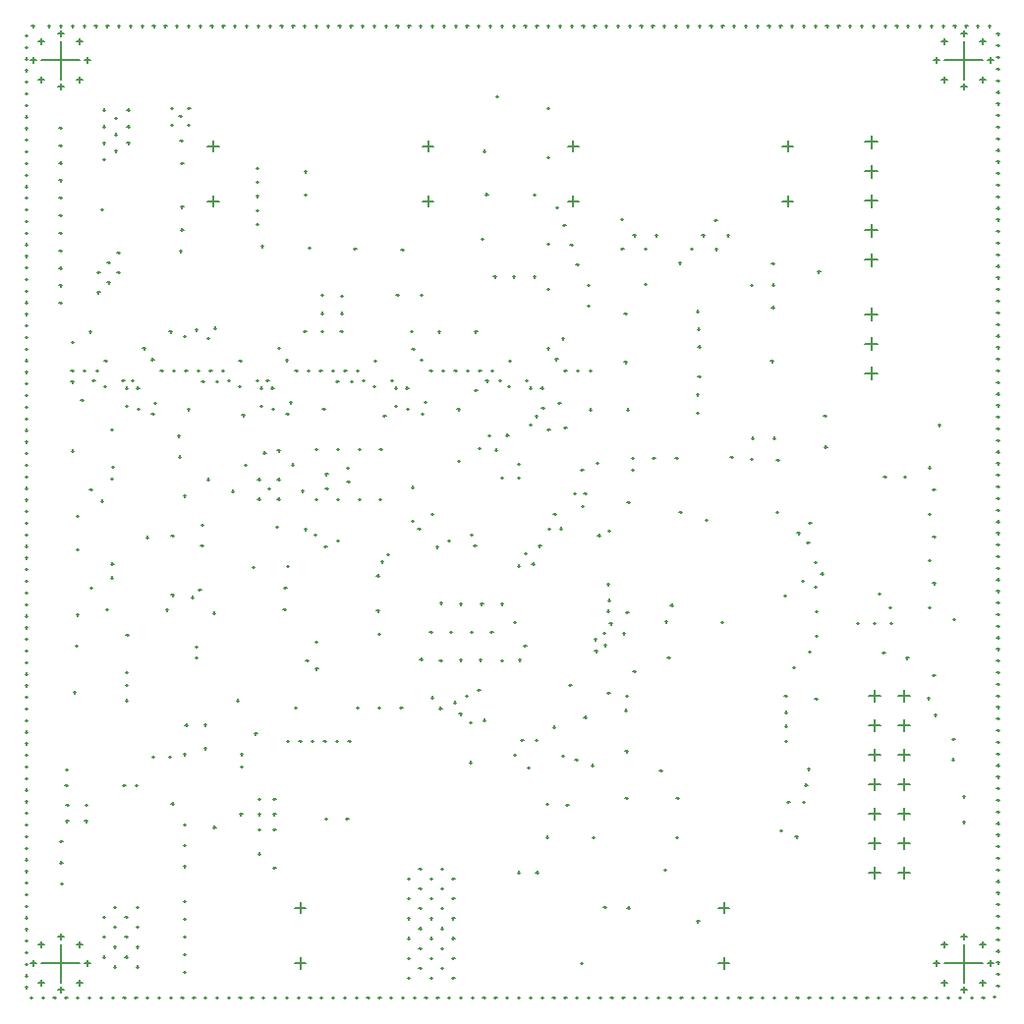
<source format=gbr>
G04*
G04 #@! TF.GenerationSoftware,Altium Limited,Altium Designer,24.1.2 (44)*
G04*
G04 Layer_Color=128*
%FSLAX44Y44*%
%MOMM*%
G71*
G04*
G04 #@! TF.SameCoordinates,1E5C80FD-96BC-4AB1-9BEB-1594B19F9C97*
G04*
G04*
G04 #@! TF.FilePolarity,Positive*
G04*
G01*
G75*
%ADD19C,0.1270*%
D19*
X729103Y642165D02*
X740103D01*
X734603Y636665D02*
Y647665D01*
X729103Y667565D02*
X740103D01*
X734603Y662065D02*
Y673065D01*
X729103Y692965D02*
X740103D01*
X734603Y687465D02*
Y698465D01*
X729103Y718365D02*
X740103D01*
X734603Y712865D02*
Y723865D01*
X729103Y743765D02*
X740103D01*
X734603Y738265D02*
Y749265D01*
X729103Y544597D02*
X740103D01*
X734603Y539097D02*
Y550097D01*
X729103Y569997D02*
X740103D01*
X734603Y564497D02*
Y575497D01*
X729103Y595397D02*
X740103D01*
X734603Y589897D02*
Y600897D01*
X472753Y739997D02*
X482253D01*
X477503Y735247D02*
Y744747D01*
X657753Y739997D02*
X667253D01*
X662503Y735247D02*
Y744747D01*
X472753Y692497D02*
X482253D01*
X477503Y687747D02*
Y697247D01*
X657753Y692497D02*
X667253D01*
X662503Y687747D02*
Y697247D01*
X347753Y692497D02*
X357253D01*
X352503Y687747D02*
Y697247D01*
X162753Y692497D02*
X172253D01*
X167503Y687747D02*
Y697247D01*
X347753Y739997D02*
X357253D01*
X352503Y735247D02*
Y744747D01*
X162753Y739997D02*
X172253D01*
X167503Y735247D02*
Y744747D01*
X206253Y177497D02*
X208253D01*
X207253Y176497D02*
Y178497D01*
X219253Y177497D02*
X221253D01*
X220253Y176497D02*
Y178497D01*
X206253Y164497D02*
X208253D01*
X207253Y163497D02*
Y165497D01*
X219253Y164497D02*
X221253D01*
X220253Y163497D02*
Y165497D01*
X206253Y151497D02*
X208253D01*
X207253Y150497D02*
Y152497D01*
X219253Y151497D02*
X221253D01*
X220253Y150497D02*
Y152497D01*
X757603Y215397D02*
X767803D01*
X762703Y210297D02*
Y220497D01*
X757603Y189997D02*
X767803D01*
X762703Y184897D02*
Y195097D01*
X732203Y266197D02*
X742403D01*
X737303Y261097D02*
Y271297D01*
X757603Y266197D02*
X767803D01*
X762703Y261097D02*
Y271297D01*
X732203Y240797D02*
X742403D01*
X737303Y235697D02*
Y245897D01*
X757603Y240797D02*
X767803D01*
X762703Y235697D02*
Y245897D01*
X732203Y215397D02*
X742403D01*
X737303Y210297D02*
Y220497D01*
X732203Y189997D02*
X742403D01*
X737303Y184897D02*
Y195097D01*
X732203Y164597D02*
X742403D01*
X737303Y159497D02*
Y169697D01*
X757603Y164597D02*
X767803D01*
X762703Y159497D02*
Y169697D01*
X732203Y139197D02*
X742403D01*
X737303Y134097D02*
Y144297D01*
X757603Y139197D02*
X767803D01*
X762703Y134097D02*
Y144297D01*
X732203Y113797D02*
X742403D01*
X737303Y108697D02*
Y118897D01*
X757603Y113797D02*
X767803D01*
X762703Y108697D02*
Y118897D01*
X602753Y36197D02*
X612253D01*
X607503Y31447D02*
Y40947D01*
X237753Y83797D02*
X247253D01*
X242503Y79047D02*
Y88547D01*
X602753Y83797D02*
X612253D01*
X607503Y79047D02*
Y88547D01*
X237753Y36197D02*
X247253D01*
X242503Y31447D02*
Y40947D01*
X17063Y52437D02*
X22063D01*
X19563Y49937D02*
Y54937D01*
X49943Y19557D02*
X54943D01*
X52443Y17057D02*
Y22057D01*
X17063Y19557D02*
X22063D01*
X19563Y17057D02*
Y22057D01*
X49943Y52437D02*
X54943D01*
X52443Y49937D02*
Y54937D01*
X56753Y35997D02*
X61753D01*
X59253Y33497D02*
Y38497D01*
X33503Y13137D02*
X38503D01*
X36003Y10637D02*
Y15637D01*
X10253Y35997D02*
X15253D01*
X12753Y33497D02*
Y38497D01*
X33503Y59247D02*
X38503D01*
X36003Y56747D02*
Y61747D01*
X19503Y35997D02*
X52503D01*
X36003Y19497D02*
Y52497D01*
X795063Y52437D02*
X800063D01*
X797563Y49937D02*
Y54937D01*
X827943Y19557D02*
X832943D01*
X830443Y17057D02*
Y22057D01*
X795063Y19557D02*
X800063D01*
X797563Y17057D02*
Y22057D01*
X827943Y52437D02*
X832943D01*
X830443Y49937D02*
Y54937D01*
X834753Y35997D02*
X839753D01*
X837253Y33497D02*
Y38497D01*
X811503Y13137D02*
X816503D01*
X814003Y10637D02*
Y15637D01*
X788253Y35997D02*
X793253D01*
X790753Y33497D02*
Y38497D01*
X811503Y59247D02*
X816503D01*
X814003Y56747D02*
Y61747D01*
X797503Y35997D02*
X830503D01*
X814003Y19497D02*
Y52497D01*
X17063Y830437D02*
X22063D01*
X19563Y827937D02*
Y832937D01*
X49943Y797557D02*
X54943D01*
X52443Y795057D02*
Y800057D01*
X17063Y797557D02*
X22063D01*
X19563Y795057D02*
Y800057D01*
X49943Y830437D02*
X54943D01*
X52443Y827937D02*
Y832937D01*
X56753Y813997D02*
X61753D01*
X59253Y811497D02*
Y816497D01*
X33503Y791137D02*
X38503D01*
X36003Y788637D02*
Y793637D01*
X10253Y813997D02*
X15253D01*
X12753Y811497D02*
Y816497D01*
X33503Y837247D02*
X38503D01*
X36003Y834747D02*
Y839747D01*
X19503Y813997D02*
X52503D01*
X36003Y797497D02*
Y830497D01*
X795063Y830437D02*
X800063D01*
X797563Y827937D02*
Y832937D01*
X827943Y797557D02*
X832943D01*
X830443Y795057D02*
Y800057D01*
X795063Y797557D02*
X800063D01*
X797563Y795057D02*
Y800057D01*
X827943Y830437D02*
X832943D01*
X830443Y827937D02*
Y832937D01*
X834753Y813997D02*
X839753D01*
X837253Y811497D02*
Y816497D01*
X811503Y791137D02*
X816503D01*
X814003Y788637D02*
Y793637D01*
X788253Y813997D02*
X793253D01*
X790753Y811497D02*
Y816497D01*
X811503Y837247D02*
X816503D01*
X814003Y834747D02*
Y839747D01*
X797503Y813997D02*
X830503D01*
X814003Y797497D02*
Y830497D01*
X835321Y843614D02*
X837321D01*
X836321Y842614D02*
Y844614D01*
X842620Y526780D02*
X844620D01*
X843620Y525779D02*
Y527780D01*
X5386Y35503D02*
X7386D01*
X6386Y34504D02*
Y36504D01*
X842620Y586779D02*
X844620D01*
X843620Y585779D02*
Y587779D01*
X5386Y645502D02*
X7386D01*
X6386Y644502D02*
Y646502D01*
X5386Y425503D02*
X7386D01*
X6386Y424503D02*
Y426503D01*
X5386Y405503D02*
X7386D01*
X6386Y404503D02*
Y406503D01*
X739856Y6379D02*
X741857D01*
X740856Y5379D02*
Y7379D01*
X249858Y6379D02*
X251857D01*
X250858Y5379D02*
Y7379D01*
X459857Y6379D02*
X461857D01*
X460857Y5379D02*
Y7379D01*
X659857Y6379D02*
X661857D01*
X660857Y5379D02*
Y7379D01*
X842620Y406780D02*
X844620D01*
X843620Y405780D02*
Y407780D01*
X315322Y843614D02*
X317322D01*
X316322Y842614D02*
Y844614D01*
X25323Y843614D02*
X27323D01*
X26323Y842614D02*
Y844614D01*
X729856Y6379D02*
X731857D01*
X730856Y5379D02*
Y7379D01*
X415322Y843614D02*
X417322D01*
X416322Y842614D02*
Y844614D01*
X5386Y335503D02*
X7386D01*
X6386Y334503D02*
Y336503D01*
X399857Y6379D02*
X401857D01*
X400857Y5379D02*
Y7379D01*
X842620Y306780D02*
X844620D01*
X843620Y305780D02*
Y307780D01*
X245322Y843614D02*
X247322D01*
X246322Y842614D02*
Y844614D01*
X495322Y843614D02*
X497322D01*
X496322Y842614D02*
Y844614D01*
X5386Y715502D02*
X7386D01*
X6386Y714502D02*
Y716502D01*
X5386Y385503D02*
X7386D01*
X6386Y384503D02*
Y386503D01*
X5386Y255503D02*
X7386D01*
X6386Y254503D02*
Y256503D01*
X5386Y835502D02*
X7386D01*
X6386Y834502D02*
Y836502D01*
X842620Y156780D02*
X844620D01*
X843620Y155780D02*
Y157780D01*
X805321Y843614D02*
X807321D01*
X806321Y842614D02*
Y844614D01*
X429857Y6379D02*
X431857D01*
X430857Y5379D02*
Y7379D01*
X99858Y6379D02*
X101858D01*
X100858Y5379D02*
Y7379D01*
X735321Y843614D02*
X737321D01*
X736321Y842614D02*
Y844614D01*
X842620Y186780D02*
X844620D01*
X843620Y185780D02*
Y187780D01*
X65323Y843614D02*
X67323D01*
X66323Y842614D02*
Y844614D01*
X159858Y6379D02*
X161858D01*
X160858Y5379D02*
Y7379D01*
X5386Y545503D02*
X7386D01*
X6386Y544502D02*
Y546502D01*
X439857Y6379D02*
X441857D01*
X440857Y5379D02*
Y7379D01*
X279857Y6379D02*
X281857D01*
X280857Y5379D02*
Y7379D01*
X842620Y216780D02*
X844620D01*
X843620Y215780D02*
Y217780D01*
X395322Y843614D02*
X397322D01*
X396322Y842614D02*
Y844614D01*
X629857Y6379D02*
X631857D01*
X630857Y5379D02*
Y7379D01*
X365322Y843614D02*
X367322D01*
X366322Y842614D02*
Y844614D01*
X325322Y843614D02*
X327322D01*
X326322Y842614D02*
Y844614D01*
X5386Y305503D02*
X7386D01*
X6386Y304503D02*
Y306503D01*
X29858Y6379D02*
X31858D01*
X30858Y5379D02*
Y7379D01*
X389857Y6379D02*
X391857D01*
X390857Y5379D02*
Y7379D01*
X5386Y775502D02*
X7386D01*
X6386Y774502D02*
Y776502D01*
X5386Y735502D02*
X7386D01*
X6386Y734502D02*
Y736502D01*
X5386Y665502D02*
X7386D01*
X6386Y664502D02*
Y666502D01*
X469857Y6379D02*
X471857D01*
X470857Y5379D02*
Y7379D01*
X559857Y6379D02*
X561857D01*
X560857Y5379D02*
Y7379D01*
X842620Y616779D02*
X844620D01*
X843620Y615779D02*
Y617779D01*
X5386Y635502D02*
X7386D01*
X6386Y634502D02*
Y636502D01*
X125323Y843614D02*
X127323D01*
X126323Y842614D02*
Y844614D01*
X5386Y455503D02*
X7386D01*
X6386Y454503D02*
Y456503D01*
X95323Y843614D02*
X97323D01*
X96323Y842614D02*
Y844614D01*
X842620Y176780D02*
X844620D01*
X843620Y175780D02*
Y177780D01*
X5386Y355503D02*
X7386D01*
X6386Y354503D02*
Y356503D01*
X842620Y786779D02*
X844620D01*
X843620Y785779D02*
Y787779D01*
X699857Y6379D02*
X701857D01*
X700857Y5379D02*
Y7379D01*
X599857Y6379D02*
X601857D01*
X600857Y5379D02*
Y7379D01*
X715322Y843614D02*
X717321D01*
X716321Y842614D02*
Y844614D01*
X585322Y843614D02*
X587322D01*
X586322Y842614D02*
Y844614D01*
X842620Y366780D02*
X844620D01*
X843620Y365780D02*
Y367780D01*
X842620Y556779D02*
X844620D01*
X843620Y555779D02*
Y557779D01*
X555322Y843614D02*
X557322D01*
X556322Y842614D02*
Y844614D01*
X609857Y6379D02*
X611857D01*
X610857Y5379D02*
Y7379D01*
X355322Y843614D02*
X357322D01*
X356322Y842614D02*
Y844614D01*
X842620Y86780D02*
X844620D01*
X843620Y85780D02*
Y87780D01*
X5386Y525503D02*
X7386D01*
X6386Y524502D02*
Y526502D01*
X669857Y6379D02*
X671857D01*
X670857Y5379D02*
Y7379D01*
X5386Y815502D02*
X7386D01*
X6386Y814502D02*
Y816502D01*
X842620Y276780D02*
X844620D01*
X843620Y275780D02*
Y277780D01*
X842620Y66780D02*
X844620D01*
X843620Y65780D02*
Y67780D01*
X685322Y843614D02*
X687321D01*
X686321Y842614D02*
Y844614D01*
X19858Y6379D02*
X21858D01*
X20858Y5379D02*
Y7379D01*
X229858Y6379D02*
X231857D01*
X230858Y5379D02*
Y7379D01*
X5386Y595502D02*
X7386D01*
X6386Y594502D02*
Y596502D01*
X649857Y6379D02*
X651857D01*
X650857Y5379D02*
Y7379D01*
X842620Y566779D02*
X844620D01*
X843620Y565779D02*
Y567779D01*
X605322Y843614D02*
X607322D01*
X606322Y842614D02*
Y844614D01*
X779856Y6379D02*
X781856D01*
X780856Y5379D02*
Y7379D01*
X525322Y843614D02*
X527322D01*
X526322Y842614D02*
Y844614D01*
X209858Y6379D02*
X211857D01*
X210858Y5379D02*
Y7379D01*
X449857Y6379D02*
X451857D01*
X450857Y5379D02*
Y7379D01*
X5386Y795502D02*
X7386D01*
X6386Y794502D02*
Y796502D01*
X149858Y6379D02*
X151858D01*
X150858Y5379D02*
Y7379D01*
X842620Y476780D02*
X844620D01*
X843620Y475780D02*
Y477780D01*
X215322Y843614D02*
X217323D01*
X216322Y842614D02*
Y844614D01*
X815321Y843614D02*
X817321D01*
X816321Y842614D02*
Y844614D01*
X5386Y465503D02*
X7386D01*
X6386Y464503D02*
Y466503D01*
X259857Y6379D02*
X261857D01*
X260857Y5379D02*
Y7379D01*
X842620Y16781D02*
X844620D01*
X843620Y15781D02*
Y17780D01*
X5386Y535503D02*
X7386D01*
X6386Y534502D02*
Y536502D01*
X842620Y426780D02*
X844620D01*
X843620Y425780D02*
Y427780D01*
X5386Y625502D02*
X7386D01*
X6386Y624502D02*
Y626502D01*
X379857Y6379D02*
X381857D01*
X380857Y5379D02*
Y7379D01*
X589857Y6379D02*
X591857D01*
X590857Y5379D02*
Y7379D01*
X11233Y843614D02*
X13233D01*
X12233Y842614D02*
Y844614D01*
X842620Y416780D02*
X844620D01*
X843620Y415780D02*
Y417780D01*
X842620Y686779D02*
X844620D01*
X843620Y685779D02*
Y687779D01*
X505322Y843614D02*
X507322D01*
X506322Y842614D02*
Y844614D01*
X5386Y165503D02*
X7386D01*
X6386Y164503D02*
Y166503D01*
X842620Y316780D02*
X844620D01*
X843620Y315780D02*
Y317780D01*
X385322Y843614D02*
X387322D01*
X386322Y842614D02*
Y844614D01*
X5386Y435503D02*
X7386D01*
X6386Y434503D02*
Y436503D01*
X769856Y6379D02*
X771856D01*
X770856Y5379D02*
Y7379D01*
X319857Y6379D02*
X321857D01*
X320857Y5379D02*
Y7379D01*
X842620Y726779D02*
X844620D01*
X843620Y725779D02*
Y727779D01*
X842620Y266780D02*
X844620D01*
X843620Y265780D02*
Y267780D01*
X539857Y6379D02*
X541857D01*
X540857Y5379D02*
Y7379D01*
X535322Y843614D02*
X537322D01*
X536322Y842614D02*
Y844614D01*
X169858Y6379D02*
X171858D01*
X170858Y5379D02*
Y7379D01*
X829856Y6379D02*
X831856D01*
X830856Y5379D02*
Y7379D01*
X842620Y706779D02*
X844620D01*
X843620Y705779D02*
Y707779D01*
X5386Y225503D02*
X7386D01*
X6386Y224503D02*
Y226503D01*
X239858Y6379D02*
X241857D01*
X240858Y5379D02*
Y7379D01*
X842620Y806779D02*
X844620D01*
X843620Y805779D02*
Y807779D01*
X5386Y125503D02*
X7386D01*
X6386Y124503D02*
Y126503D01*
X842620Y146780D02*
X844620D01*
X843620Y145780D02*
Y147780D01*
X842620Y126780D02*
X844620D01*
X843620Y125780D02*
Y127780D01*
X842620Y206780D02*
X844620D01*
X843620Y205780D02*
Y207780D01*
X5386Y825502D02*
X7386D01*
X6386Y824502D02*
Y826502D01*
X5386Y565503D02*
X7386D01*
X6386Y564502D02*
Y566502D01*
X155323Y843614D02*
X157323D01*
X156323Y842614D02*
Y844614D01*
X135323Y843614D02*
X137323D01*
X136323Y842614D02*
Y844614D01*
X789856Y6379D02*
X791856D01*
X790856Y5379D02*
Y7379D01*
X85323Y843614D02*
X87323D01*
X86323Y842614D02*
Y844614D01*
X5386Y765502D02*
X7386D01*
X6386Y764502D02*
Y766502D01*
X289857Y6379D02*
X291857D01*
X290857Y5379D02*
Y7379D01*
X5386Y185503D02*
X7386D01*
X6386Y184503D02*
Y186503D01*
X5386Y275503D02*
X7386D01*
X6386Y274503D02*
Y276503D01*
X435322Y843614D02*
X437322D01*
X436322Y842614D02*
Y844614D01*
X575322Y843614D02*
X577322D01*
X576322Y842614D02*
Y844614D01*
X819856Y6379D02*
X821856D01*
X820856Y5379D02*
Y7379D01*
X285322Y843614D02*
X287322D01*
X286322Y842614D02*
Y844614D01*
X842620Y356780D02*
X844620D01*
X843620Y355780D02*
Y357780D01*
X549857Y6379D02*
X551857D01*
X550857Y5379D02*
Y7379D01*
X842620Y576779D02*
X844620D01*
X843620Y575779D02*
Y577779D01*
X745321Y843614D02*
X747321D01*
X746321Y842614D02*
Y844614D01*
X545322Y843614D02*
X547322D01*
X546322Y842614D02*
Y844614D01*
X842620Y196780D02*
X844620D01*
X843620Y195780D02*
Y197780D01*
X369857Y6379D02*
X371857D01*
X370857Y5379D02*
Y7379D01*
X425322Y843614D02*
X427322D01*
X426322Y842614D02*
Y844614D01*
X5386Y785502D02*
X7386D01*
X6386Y784502D02*
Y786502D01*
X5386Y745502D02*
X7386D01*
X6386Y744502D02*
Y746502D01*
X675322Y843614D02*
X677322D01*
X676322Y842614D02*
Y844614D01*
X305322Y843614D02*
X307322D01*
X306322Y842614D02*
Y844614D01*
X275322Y843614D02*
X277322D01*
X276322Y842614D02*
Y844614D01*
X185322Y843614D02*
X187323D01*
X186322Y842614D02*
Y844614D01*
X105323Y843614D02*
X107323D01*
X106323Y842614D02*
Y844614D01*
X5386Y575502D02*
X7386D01*
X6386Y574502D02*
Y576502D01*
X842620Y646779D02*
X844620D01*
X843620Y645779D02*
Y647779D01*
X842620Y776779D02*
X844620D01*
X843620Y775779D02*
Y777779D01*
X329857Y6379D02*
X331857D01*
X330857Y5379D02*
Y7379D01*
X842620Y226780D02*
X844620D01*
X843620Y225780D02*
Y227780D01*
X842620Y346780D02*
X844620D01*
X843620Y345780D02*
Y347780D01*
X842620Y746779D02*
X844620D01*
X843620Y745779D02*
Y747779D01*
X615322Y843614D02*
X617322D01*
X616322Y842614D02*
Y844614D01*
X375322Y843614D02*
X377322D01*
X376322Y842614D02*
Y844614D01*
X795321Y843614D02*
X797321D01*
X796321Y842614D02*
Y844614D01*
X345322Y843614D02*
X347322D01*
X346322Y842614D02*
Y844614D01*
X175323Y843614D02*
X177323D01*
X176323Y842614D02*
Y844614D01*
X69858Y6379D02*
X71858D01*
X70858Y5379D02*
Y7379D01*
X5386Y615502D02*
X7386D01*
X6386Y614502D02*
Y616502D01*
X265322Y843614D02*
X267322D01*
X266322Y842614D02*
Y844614D01*
X339857Y6379D02*
X341857D01*
X340857Y5379D02*
Y7379D01*
X842620Y246780D02*
X844620D01*
X843620Y245780D02*
Y247780D01*
X842620Y736779D02*
X844620D01*
X843620Y735779D02*
Y737779D01*
X109858Y6379D02*
X111858D01*
X110858Y5379D02*
Y7379D01*
X5386Y95503D02*
X7386D01*
X6386Y94503D02*
Y96503D01*
X842620Y436780D02*
X844620D01*
X843620Y435780D02*
Y437780D01*
X655322Y843614D02*
X657322D01*
X656322Y842614D02*
Y844614D01*
X479857Y6379D02*
X481857D01*
X480857Y5379D02*
Y7379D01*
X842620Y456780D02*
X844620D01*
X843620Y455780D02*
Y457780D01*
X295322Y843614D02*
X297322D01*
X296322Y842614D02*
Y844614D01*
X759856Y6379D02*
X761856D01*
X760856Y5379D02*
Y7379D01*
X509857Y6379D02*
X511857D01*
X510857Y5379D02*
Y7379D01*
X842620Y626779D02*
X844620D01*
X843620Y625779D02*
Y627779D01*
X842620Y756779D02*
X844620D01*
X843620Y755779D02*
Y757779D01*
X79858Y6379D02*
X81858D01*
X80858Y5379D02*
Y7379D01*
X695322Y843614D02*
X697321D01*
X696321Y842614D02*
Y844614D01*
X45323Y843614D02*
X47323D01*
X46323Y842614D02*
Y844614D01*
X5386Y175503D02*
X7386D01*
X6386Y174503D02*
Y176503D01*
X349857Y6379D02*
X351857D01*
X350857Y5379D02*
Y7379D01*
X842620Y466780D02*
X844620D01*
X843620Y465780D02*
Y467780D01*
X775321Y843614D02*
X777321D01*
X776321Y842614D02*
Y844614D01*
X419857Y6379D02*
X421857D01*
X420857Y5379D02*
Y7379D01*
X842620Y336780D02*
X844620D01*
X843620Y335780D02*
Y337780D01*
X5386Y485503D02*
X7386D01*
X6386Y484503D02*
Y486503D01*
X842620Y166780D02*
X844620D01*
X843620Y165780D02*
Y167780D01*
X5386Y85503D02*
X7386D01*
X6386Y84503D02*
Y86503D01*
X335322Y843614D02*
X337322D01*
X336322Y842614D02*
Y844614D01*
X5386Y695502D02*
X7386D01*
X6386Y694502D02*
Y696502D01*
X5386Y755502D02*
X7386D01*
X6386Y754502D02*
Y756502D01*
X485322Y843614D02*
X487322D01*
X486322Y842614D02*
Y844614D01*
X5386Y705502D02*
X7386D01*
X6386Y704502D02*
Y706502D01*
X199858Y6379D02*
X201858D01*
X200858Y5379D02*
Y7379D01*
X499857Y6379D02*
X501857D01*
X500857Y5379D02*
Y7379D01*
X5386Y585502D02*
X7386D01*
X6386Y584502D02*
Y586502D01*
X49858Y6379D02*
X51858D01*
X50858Y5379D02*
Y7379D01*
X619857Y6379D02*
X621857D01*
X620857Y5379D02*
Y7379D01*
X842620Y296780D02*
X844620D01*
X843620Y295780D02*
Y297780D01*
X842620Y116780D02*
X844620D01*
X843620Y115780D02*
Y117780D01*
X842620Y796779D02*
X844620D01*
X843620Y795779D02*
Y797779D01*
X842620Y506780D02*
X844620D01*
X843620Y505779D02*
Y507780D01*
X725322Y843614D02*
X727321D01*
X726321Y842614D02*
Y844614D01*
X455322Y843614D02*
X457322D01*
X456322Y842614D02*
Y844614D01*
X842620Y816779D02*
X844620D01*
X843620Y815779D02*
Y817779D01*
X842620Y596779D02*
X844620D01*
X843620Y595779D02*
Y597779D01*
X785321Y843614D02*
X787321D01*
X786321Y842614D02*
Y844614D01*
X635322Y843614D02*
X637322D01*
X636322Y842614D02*
Y844614D01*
X5386Y45504D02*
X7386D01*
X6386Y44503D02*
Y46504D01*
X465322Y843614D02*
X467322D01*
X466322Y842614D02*
Y844614D01*
X842620Y46780D02*
X844620D01*
X843620Y45780D02*
Y47780D01*
X489857Y6379D02*
X491857D01*
X490857Y5379D02*
Y7379D01*
X5386Y265503D02*
X7386D01*
X6386Y264503D02*
Y266503D01*
X5386Y15504D02*
X7386D01*
X6386Y14504D02*
Y16503D01*
X842620Y516780D02*
X844620D01*
X843620Y515779D02*
Y517780D01*
X565322Y843614D02*
X567322D01*
X566322Y842614D02*
Y844614D01*
X165323Y843614D02*
X167323D01*
X166323Y842614D02*
Y844614D01*
X5386Y605502D02*
X7386D01*
X6386Y604502D02*
Y606502D01*
X179858Y6379D02*
X181858D01*
X180858Y5379D02*
Y7379D01*
X5386Y155503D02*
X7386D01*
X6386Y154503D02*
Y156503D01*
X5386Y105503D02*
X7386D01*
X6386Y104503D02*
Y106503D01*
X842620Y36780D02*
X844620D01*
X843620Y35780D02*
Y37780D01*
X235322Y843614D02*
X237322D01*
X236322Y842614D02*
Y844614D01*
X5386Y395503D02*
X7386D01*
X6386Y394503D02*
Y396503D01*
X5386Y725502D02*
X7386D01*
X6386Y724502D02*
Y726502D01*
X5386Y515503D02*
X7386D01*
X6386Y514503D02*
Y516502D01*
X5386Y805502D02*
X7386D01*
X6386Y804502D02*
Y806502D01*
X5386Y75503D02*
X7386D01*
X6386Y74503D02*
Y76503D01*
X645322Y843614D02*
X647322D01*
X646322Y842614D02*
Y844614D01*
X5386Y135503D02*
X7386D01*
X6386Y134503D02*
Y136503D01*
X5386Y145503D02*
X7386D01*
X6386Y144503D02*
Y146503D01*
X639857Y6379D02*
X641857D01*
X640857Y5379D02*
Y7379D01*
X842620Y26781D02*
X844620D01*
X843620Y25780D02*
Y27780D01*
X359857Y6379D02*
X361857D01*
X360857Y5379D02*
Y7379D01*
X5386Y445503D02*
X7386D01*
X6386Y444503D02*
Y446503D01*
X842620Y106780D02*
X844620D01*
X843620Y105780D02*
Y107780D01*
X405322Y843614D02*
X407322D01*
X406322Y842614D02*
Y844614D01*
X255322Y843614D02*
X257322D01*
X256322Y842614D02*
Y844614D01*
X5386Y365503D02*
X7386D01*
X6386Y364503D02*
Y366503D01*
X189858Y6379D02*
X191858D01*
X190858Y5379D02*
Y7379D01*
X665322Y843614D02*
X667322D01*
X666322Y842614D02*
Y844614D01*
X5386Y295503D02*
X7386D01*
X6386Y294503D02*
Y296503D01*
X842620Y396780D02*
X844620D01*
X843620Y395780D02*
Y397780D01*
X5386Y345503D02*
X7386D01*
X6386Y344503D02*
Y346503D01*
X842620Y536779D02*
X844620D01*
X843620Y535779D02*
Y537779D01*
X59858Y6379D02*
X61858D01*
X60858Y5379D02*
Y7379D01*
X842620Y666779D02*
X844620D01*
X843620Y665779D02*
Y667779D01*
X569857Y6379D02*
X571857D01*
X570857Y5379D02*
Y7379D01*
X765321Y843614D02*
X767321D01*
X766321Y842614D02*
Y844614D01*
X55323Y843614D02*
X57323D01*
X56323Y842614D02*
Y844614D01*
X5386Y505503D02*
X7386D01*
X6386Y504503D02*
Y506503D01*
X529857Y6379D02*
X531857D01*
X530857Y5379D02*
Y7379D01*
X5386Y65504D02*
X7386D01*
X6386Y64503D02*
Y66503D01*
X269857Y6379D02*
X271857D01*
X270857Y5379D02*
Y7379D01*
X195322Y843614D02*
X197323D01*
X196322Y842614D02*
Y844614D01*
X75323Y843614D02*
X77323D01*
X76323Y842614D02*
Y844614D01*
X842620Y256780D02*
X844620D01*
X843620Y255780D02*
Y257780D01*
X5386Y495503D02*
X7386D01*
X6386Y494503D02*
Y496503D01*
X842620Y286780D02*
X844620D01*
X843620Y285780D02*
Y287780D01*
X842620Y326780D02*
X844620D01*
X843620Y325780D02*
Y327780D01*
X842620Y376780D02*
X844620D01*
X843620Y375780D02*
Y377780D01*
X842620Y446780D02*
X844620D01*
X843620Y445780D02*
Y447780D01*
X625322Y843614D02*
X627322D01*
X626322Y842614D02*
Y844614D01*
X299857Y6379D02*
X301857D01*
X300857Y5379D02*
Y7379D01*
X5386Y55504D02*
X7386D01*
X6386Y54503D02*
Y56504D01*
X689857Y6379D02*
X691857D01*
X690857Y5379D02*
Y7379D01*
X842620Y56780D02*
X844620D01*
X843620Y55780D02*
Y57780D01*
X842620Y546779D02*
X844620D01*
X843620Y545779D02*
Y547779D01*
X842620Y606779D02*
X844620D01*
X843620Y605779D02*
Y607779D01*
X519857Y6379D02*
X521857D01*
X520857Y5379D02*
Y7379D01*
X749856Y6379D02*
X751857D01*
X750856Y5379D02*
Y7379D01*
X839824Y7179D02*
X841824D01*
X840824Y6179D02*
Y8179D01*
X842620Y826779D02*
X844620D01*
X843620Y825779D02*
Y827779D01*
X5386Y315503D02*
X7386D01*
X6386Y314503D02*
Y316503D01*
X799856Y6379D02*
X801856D01*
X800856Y5379D02*
Y7379D01*
X705322Y843614D02*
X707321D01*
X706321Y842614D02*
Y844614D01*
X39858Y6379D02*
X41858D01*
X40858Y5379D02*
Y7379D01*
X445322Y843614D02*
X447322D01*
X446322Y842614D02*
Y844614D01*
X842620Y696779D02*
X844620D01*
X843620Y695779D02*
Y697779D01*
X409857Y6379D02*
X411857D01*
X410857Y5379D02*
Y7379D01*
X205322Y843614D02*
X207323D01*
X206322Y842614D02*
Y844614D01*
X9860Y6560D02*
X11860D01*
X10860Y5560D02*
Y7560D01*
X842620Y656779D02*
X844620D01*
X843620Y655779D02*
Y657779D01*
X842620Y716779D02*
X844620D01*
X843620Y715779D02*
Y717779D01*
X679857Y6379D02*
X681857D01*
X680857Y5379D02*
Y7379D01*
X5386Y555503D02*
X7386D01*
X6386Y554502D02*
Y556502D01*
X579857Y6379D02*
X581857D01*
X580857Y5379D02*
Y7379D01*
X842620Y676779D02*
X844620D01*
X843620Y675779D02*
Y677779D01*
X825321Y843614D02*
X827321D01*
X826321Y842614D02*
Y844614D01*
X842620Y76780D02*
X844620D01*
X843620Y75780D02*
Y77780D01*
X842620Y836779D02*
X844620D01*
X843620Y835779D02*
Y837779D01*
X35323Y843614D02*
X37323D01*
X36323Y842614D02*
Y844614D01*
X842620Y136780D02*
X844620D01*
X843620Y135780D02*
Y137780D01*
X5386Y285503D02*
X7386D01*
X6386Y284503D02*
Y286503D01*
X145323Y843614D02*
X147323D01*
X146323Y842614D02*
Y844614D01*
X5386Y685502D02*
X7386D01*
X6386Y684502D02*
Y686502D01*
X225322Y843614D02*
X227323D01*
X226322Y842614D02*
Y844614D01*
X309857Y6379D02*
X311857D01*
X310857Y5379D02*
Y7379D01*
X842620Y96780D02*
X844620D01*
X843620Y95780D02*
Y97780D01*
X842620Y766779D02*
X844620D01*
X843620Y765779D02*
Y767779D01*
X475322Y843614D02*
X477322D01*
X476322Y842614D02*
Y844614D01*
X809856Y6379D02*
X811856D01*
X810856Y5379D02*
Y7379D01*
X842620Y636779D02*
X844620D01*
X843620Y635779D02*
Y637779D01*
X119858Y6379D02*
X121858D01*
X120858Y5379D02*
Y7379D01*
X115323Y843614D02*
X117323D01*
X116323Y842614D02*
Y844614D01*
X755321Y843614D02*
X757321D01*
X756321Y842614D02*
Y844614D01*
X5386Y325503D02*
X7386D01*
X6386Y324503D02*
Y326503D01*
X89858Y6379D02*
X91858D01*
X90858Y5379D02*
Y7379D01*
X5386Y25503D02*
X7386D01*
X6386Y24504D02*
Y26504D01*
X219858Y6379D02*
X221857D01*
X220858Y5379D02*
Y7379D01*
X842620Y386780D02*
X844620D01*
X843620Y385780D02*
Y387780D01*
X515322Y843614D02*
X517322D01*
X516322Y842614D02*
Y844614D01*
X139858Y6379D02*
X141858D01*
X140858Y5379D02*
Y7379D01*
X5386Y655502D02*
X7386D01*
X6386Y654502D02*
Y656502D01*
X5386Y115503D02*
X7386D01*
X6386Y114503D02*
Y116503D01*
X5386Y375503D02*
X7386D01*
X6386Y374503D02*
Y376503D01*
X5386Y215503D02*
X7386D01*
X6386Y214503D02*
Y216503D01*
X5386Y475503D02*
X7386D01*
X6386Y474503D02*
Y476503D01*
X842620Y236780D02*
X844620D01*
X843620Y235780D02*
Y237780D01*
X595322Y843614D02*
X597322D01*
X596322Y842614D02*
Y844614D01*
X5386Y245503D02*
X7386D01*
X6386Y244503D02*
Y246503D01*
X5386Y235503D02*
X7386D01*
X6386Y234503D02*
Y236503D01*
X5386Y415503D02*
X7386D01*
X6386Y414503D02*
Y416503D01*
X5386Y675502D02*
X7386D01*
X6386Y674502D02*
Y676502D01*
X5386Y205503D02*
X7386D01*
X6386Y204503D02*
Y206503D01*
X5386Y195503D02*
X7386D01*
X6386Y194503D02*
Y196503D01*
X129858Y6379D02*
X131858D01*
X130858Y5379D02*
Y7379D01*
X709856Y6379D02*
X711857D01*
X710856Y5379D02*
Y7379D01*
X719856Y6379D02*
X721857D01*
X720856Y5379D02*
Y7379D01*
X842620Y486780D02*
X844620D01*
X843620Y485779D02*
Y487780D01*
X842620Y496780D02*
X844620D01*
X843620Y495779D02*
Y497780D01*
X609870Y663194D02*
X611870D01*
X610870Y662194D02*
Y664194D01*
X588534Y663194D02*
X590534D01*
X589534Y662194D02*
Y664194D01*
X548458Y663194D02*
X550458D01*
X549458Y662194D02*
Y664194D01*
X529352Y663194D02*
X531352D01*
X530352Y662194D02*
Y664194D01*
X783860Y463310D02*
X785860D01*
X784860Y462310D02*
Y464310D01*
X783860Y423327D02*
X785860D01*
X784860Y422327D02*
Y424327D01*
X783860Y383342D02*
X785860D01*
X784860Y382342D02*
Y384342D01*
X783860Y342550D02*
X785860D01*
X784860Y341550D02*
Y343550D01*
X782844Y264414D02*
X784844D01*
X783844Y263414D02*
Y265414D01*
X245985Y410119D02*
X247985D01*
X246985Y409119D02*
Y411119D01*
X688305Y631903D02*
X690305D01*
X689305Y630903D02*
Y632903D01*
X493538Y206756D02*
X495538D01*
X494538Y205756D02*
Y207756D01*
X388344Y209296D02*
X390344D01*
X389343Y208296D02*
Y210296D01*
X438420Y204470D02*
X440420D01*
X439420Y203470D02*
Y205470D01*
X426228Y215646D02*
X428228D01*
X427228Y214646D02*
Y216646D01*
X445532Y114471D02*
X447532D01*
X446532Y113471D02*
Y115471D01*
X429528Y114419D02*
X431528D01*
X430528Y113419D02*
Y115419D01*
X605029Y329819D02*
X607029D01*
X606030Y328819D02*
Y330819D01*
X569164Y424792D02*
X571164D01*
X570164Y423792D02*
Y425792D01*
X523890Y513284D02*
X525890D01*
X524889Y512285D02*
Y514285D01*
X649812Y488635D02*
X651812D01*
X650812Y487635D02*
Y489636D01*
X648732Y601218D02*
X650732D01*
X649732Y600218D02*
Y602218D01*
X245888Y718336D02*
X247888D01*
X246888Y717336D02*
Y719336D01*
X245888Y698500D02*
X247888D01*
X246888Y697500D02*
Y699500D01*
X283005Y451223D02*
X285005D01*
X284005Y450223D02*
Y452223D01*
X214521Y445285D02*
X216521D01*
X215521Y444285D02*
Y446285D01*
X205970Y453176D02*
X207970D01*
X206970Y452176D02*
Y454176D01*
X395994Y479769D02*
X397994D01*
X396994Y478769D02*
Y480769D01*
X400113Y245733D02*
X402113D01*
X401113Y244733D02*
Y246733D01*
X379492Y250952D02*
X381492D01*
X380492Y249952D02*
Y251952D01*
X388344Y243545D02*
X390344D01*
X389343Y242545D02*
Y244545D01*
X190552Y164507D02*
X192552D01*
X191552Y163507D02*
Y165507D01*
X167614Y153436D02*
X169614D01*
X168614Y152436D02*
Y154436D01*
X131340Y173748D02*
X133340D01*
X132339Y172749D02*
Y174748D01*
X378391Y468893D02*
X380391D01*
X379391Y467893D02*
Y469893D01*
X205879Y436123D02*
X207879D01*
X206879Y435123D02*
Y437123D01*
X222838Y453176D02*
X224838D01*
X223838Y452176D02*
Y454176D01*
X222838Y436123D02*
X224838D01*
X223838Y435123D02*
Y437123D01*
X429590Y466519D02*
X431590D01*
X430591Y465519D02*
Y467519D01*
X430038Y454660D02*
X432038D01*
X431038Y453660D02*
Y455660D01*
X415306Y454660D02*
X417306D01*
X416306Y453660D02*
Y455660D01*
X420034Y491168D02*
X422034D01*
X421034Y490168D02*
Y492168D01*
X410390Y478508D02*
X412390D01*
X411390Y477508D02*
Y479508D01*
X404400Y491091D02*
X406400D01*
X405400Y490091D02*
Y492091D01*
X469956Y497615D02*
X471956D01*
X470956Y496615D02*
Y498615D01*
X436356Y538337D02*
X438356D01*
X437356Y537337D02*
Y539337D01*
X320325Y538301D02*
X322325D01*
X321325Y537301D02*
Y539301D01*
X97130Y538365D02*
X99130D01*
X98130Y537365D02*
Y539365D01*
X88872Y538365D02*
X90872D01*
X89873Y537365D02*
Y539365D01*
X213354Y538420D02*
X215354D01*
X214354Y537420D02*
Y539420D01*
X204294Y538433D02*
X206294D01*
X205294Y537433D02*
Y539433D01*
X398511Y660458D02*
X400511D01*
X399511Y659458D02*
Y661458D01*
X400066Y735934D02*
X402066D01*
X401066Y734934D02*
Y736934D01*
X411242Y783082D02*
X413242D01*
X412242Y782082D02*
Y784082D01*
X455414Y772918D02*
X457414D01*
X456414Y771918D02*
Y773918D01*
X454933Y656016D02*
X456933D01*
X455933Y655016D02*
Y657016D01*
X455414Y730564D02*
X457414D01*
X456414Y729565D02*
Y731564D01*
X443500Y698370D02*
X445500D01*
X444500Y697370D02*
Y699370D01*
X402243Y698696D02*
X404243D01*
X403243Y697696D02*
Y699696D01*
X585232Y541528D02*
X587232D01*
X586232Y540528D02*
Y542528D01*
X585232Y567436D02*
X587232D01*
X586232Y566436D02*
Y568436D01*
X454933Y616907D02*
X456933D01*
X455933Y615907D02*
Y617907D01*
X443500Y627623D02*
X445500D01*
X444500Y626623D02*
Y628623D01*
X425720Y627623D02*
X427720D01*
X426720Y626623D02*
Y628623D01*
X489872Y620397D02*
X491872D01*
X490872Y619397D02*
Y621397D01*
X489872Y602597D02*
X491872D01*
X490872Y601596D02*
Y603596D01*
X467828Y574413D02*
X469828D01*
X468828Y573413D02*
Y575413D01*
X337648Y580755D02*
X339648D01*
X338648Y579754D02*
Y581754D01*
X392929Y580255D02*
X394929D01*
X393929Y579254D02*
Y581255D01*
X361312Y580255D02*
X363312D01*
X362312Y579254D02*
Y581255D01*
X409096Y627623D02*
X411096D01*
X410096Y626623D02*
Y628623D01*
X345812Y611883D02*
X347812D01*
X346812Y610883D02*
Y612883D01*
X245541Y580558D02*
X247541D01*
X246541Y579558D02*
Y581558D01*
X260495Y580837D02*
X262495D01*
X261495Y579837D02*
Y581837D01*
X276966Y580837D02*
X278966D01*
X277966Y579837D02*
Y581837D01*
X277310Y596262D02*
X279310D01*
X278310Y595262D02*
Y597262D01*
X260495Y611883D02*
X262495D01*
X261495Y610883D02*
Y612883D01*
X325310Y611883D02*
X327310D01*
X326310Y610883D02*
Y612883D01*
X277310Y611177D02*
X279310D01*
X278310Y610177D02*
Y612177D01*
X260495Y596262D02*
X262495D01*
X261495Y595262D02*
Y597262D01*
X162015Y574716D02*
X164015D01*
X163015Y573716D02*
Y575716D01*
X168320Y583555D02*
X170320D01*
X169320Y582555D02*
Y584555D01*
X141778Y576255D02*
X143778D01*
X142779Y575255D02*
Y577254D01*
X129749Y580258D02*
X131749D01*
X130749Y579258D02*
Y581258D01*
X60684Y580258D02*
X62684D01*
X61684Y579258D02*
Y581258D01*
X45149Y571516D02*
X47148D01*
X46149Y570516D02*
Y572516D01*
X45013Y537147D02*
X47013D01*
X46013Y536147D02*
Y538147D01*
X45149Y477633D02*
X47148D01*
X46149Y476633D02*
Y478633D01*
X49415Y421633D02*
X51415D01*
X50415Y420633D02*
Y422633D01*
X49415Y336407D02*
X51415D01*
X50415Y335406D02*
Y337407D01*
X49415Y392407D02*
X51415D01*
X50415Y391407D02*
Y393406D01*
X167131Y338002D02*
X169131D01*
X168131Y337002D02*
Y339002D01*
X126533Y340746D02*
X128533D01*
X127533Y339745D02*
Y341745D01*
X48530Y309626D02*
X50530D01*
X49530Y308626D02*
Y310626D01*
X47003Y269497D02*
X49003D01*
X48003Y268497D02*
Y270497D01*
X282010Y160758D02*
X284010D01*
X283010Y159759D02*
Y161758D01*
X263873Y160722D02*
X265873D01*
X264873Y159722D02*
Y161722D01*
X219253Y118497D02*
X221253D01*
X220253Y117497D02*
Y119497D01*
X206103Y130556D02*
X208103D01*
X207103Y129556D02*
Y131556D01*
X740680Y354743D02*
X742680D01*
X741680Y353743D02*
Y355743D01*
X749914Y342550D02*
X751915D01*
X750915Y341550D02*
Y343550D01*
X764556Y299212D02*
X766556D01*
X765556Y298212D02*
Y300212D01*
X744236Y303784D02*
X746236D01*
X745236Y302784D02*
Y304784D01*
X762524Y455497D02*
X764524D01*
X763524Y454497D02*
Y456497D01*
X745252Y455497D02*
X747252D01*
X746252Y454497D02*
Y456497D01*
X792242Y499872D02*
X794242D01*
X793242Y498872D02*
Y500872D01*
X579003Y651497D02*
X581003D01*
X580003Y650497D02*
Y652497D01*
X471622Y172737D02*
X473622D01*
X472622Y171737D02*
Y173737D01*
X522614Y178559D02*
X524614D01*
X523614Y177559D02*
Y179559D01*
X556707Y330489D02*
X558707D01*
X557707Y329489D02*
Y331489D01*
X523317Y338364D02*
X525317D01*
X524318Y337364D02*
Y339364D01*
X509009Y328821D02*
X511009D01*
X510009Y327821D02*
Y329821D01*
X53544Y521539D02*
X55544D01*
X54544Y520539D02*
Y522539D01*
X454432Y144997D02*
X456432D01*
X455432Y143997D02*
Y145997D01*
X454422Y173228D02*
X456422D01*
X455422Y172228D02*
Y174228D01*
X137483Y472556D02*
X139483D01*
X138483Y471556D02*
Y473556D01*
X131399Y353358D02*
X133399D01*
X132399Y352358D02*
Y354358D01*
X539003Y651497D02*
X541003D01*
X540003Y650497D02*
Y652497D01*
X151825Y581997D02*
X153825D01*
X152825Y580997D02*
Y582997D01*
X308295Y339801D02*
X310295D01*
X309295Y338801D02*
Y340801D01*
X392929Y529706D02*
X394929D01*
X393929Y528706D02*
Y530706D01*
X296091Y538301D02*
X298091D01*
X297091Y537301D02*
Y539301D01*
X131383Y404771D02*
X133383D01*
X132383Y403771D02*
Y405771D01*
X558890Y299704D02*
X560890D01*
X559890Y298704D02*
Y300704D01*
X522864Y266629D02*
X524864D01*
X523864Y265629D02*
Y267629D01*
X474133Y275897D02*
X476133D01*
X475133Y274897D02*
Y276897D01*
X494300Y144780D02*
X496300D01*
X495300Y143780D02*
Y145780D01*
X444787Y228563D02*
X446787D01*
X445787Y227563D02*
Y229562D01*
X92472Y318770D02*
X94472D01*
X93472Y317770D02*
Y319770D01*
X100478Y189203D02*
X102478D01*
X101478Y188203D02*
Y190203D01*
X89723Y189203D02*
X91723D01*
X90723Y188203D02*
Y190203D01*
X221504Y411977D02*
X223504D01*
X222504Y410977D02*
Y412977D01*
X192401Y508378D02*
X194401D01*
X193401Y507378D02*
Y509378D01*
X136922Y490474D02*
X138922D01*
X137922Y489474D02*
Y491474D01*
X314181Y507552D02*
X316181D01*
X315181Y506552D02*
Y508552D01*
X180118Y538303D02*
X182118D01*
X181118Y537303D02*
Y539303D01*
X235261Y465756D02*
X237261D01*
X236261Y464756D02*
Y466756D01*
X222838Y477803D02*
X224838D01*
X223838Y476803D02*
Y478803D01*
X243585Y443164D02*
X245585D01*
X244585Y442164D02*
Y444164D01*
X210764Y476057D02*
X212764D01*
X211764Y475057D02*
Y477057D01*
X194517Y465219D02*
X196517D01*
X195517Y464219D02*
Y466219D01*
X264180Y457552D02*
X266180D01*
X265180Y456552D02*
Y458552D01*
X183658Y443037D02*
X185658D01*
X184658Y442037D02*
Y444037D01*
X141797Y438833D02*
X143797D01*
X142797Y437833D02*
Y439833D01*
X162162Y453085D02*
X164162D01*
X163162Y452085D02*
Y454085D01*
X247401Y297182D02*
X249401D01*
X248401Y296182D02*
Y298182D01*
X565805Y471146D02*
X567805D01*
X566805Y470146D02*
Y472146D01*
X460390Y239800D02*
X462390D01*
X461390Y238800D02*
Y240800D01*
X486934Y248158D02*
X488934D01*
X487934Y247158D02*
Y249158D01*
X787457Y444150D02*
X789457D01*
X788457Y443150D02*
Y445150D01*
X787470Y284308D02*
X789470D01*
X788470Y283308D02*
Y285308D01*
X788568Y250062D02*
X790567D01*
X789567Y249062D02*
Y251062D01*
X804942Y332486D02*
X806942D01*
X805942Y331486D02*
Y333486D01*
X79383Y495992D02*
X81383D01*
X80383Y494992D02*
Y496992D01*
X71023Y434499D02*
X73023D01*
X72023Y433499D02*
Y435499D01*
X79566Y380353D02*
X81566D01*
X80566Y379353D02*
Y381353D01*
X79929Y464055D02*
X81929D01*
X80929Y463055D02*
Y465055D01*
X204648Y721272D02*
X206648D01*
X205648Y720272D02*
Y722272D01*
X804356Y229032D02*
X806356D01*
X805356Y228032D02*
Y230032D01*
X803888Y211885D02*
X805888D01*
X804888Y210885D02*
Y212885D01*
X750564Y328898D02*
X752564D01*
X751564Y327897D02*
Y329897D01*
X722030Y328898D02*
X724031D01*
X723030Y327897D02*
Y329897D01*
X736297Y328898D02*
X738297D01*
X737297Y327897D02*
Y329897D01*
X484003Y35997D02*
X486003D01*
X485003Y34997D02*
Y36997D01*
X204648Y672843D02*
X206648D01*
X205648Y671843D02*
Y673843D01*
X204648Y697057D02*
X206648D01*
X205648Y696058D02*
Y698057D01*
X204648Y684950D02*
X206648D01*
X205648Y683950D02*
Y685950D01*
X204648Y709165D02*
X206648D01*
X205648Y708165D02*
Y710165D01*
X82823Y736040D02*
X84823D01*
X83823Y735040D02*
Y737040D01*
X72282Y728617D02*
X74282D01*
X73282Y727617D02*
Y729617D01*
X82823Y750307D02*
X84823D01*
X83823Y749307D02*
Y751307D01*
X93363Y742832D02*
X95363D01*
X94363Y741832D02*
Y743832D01*
X72282Y742884D02*
X74282D01*
X73282Y741884D02*
Y743884D01*
X93363Y771418D02*
X95363D01*
X94363Y770418D02*
Y772418D01*
X72282Y771418D02*
X74282D01*
X73282Y770418D02*
Y772418D01*
X72282Y757151D02*
X74282D01*
X73282Y756151D02*
Y758151D01*
X93363Y757098D02*
X95363D01*
X94363Y756098D02*
Y758098D01*
X82823Y764574D02*
X84823D01*
X83823Y763574D02*
Y765574D01*
X130804Y772689D02*
X132804D01*
X131804Y771689D02*
Y773689D01*
X131015Y758528D02*
X133015D01*
X132015Y757528D02*
Y759528D01*
X138174Y765951D02*
X140174D01*
X139174Y764951D02*
Y766951D01*
X145439Y758475D02*
X147439D01*
X146439Y757475D02*
Y759475D01*
X145650Y772795D02*
X147650D01*
X146650Y771795D02*
Y773795D01*
X520632Y320284D02*
X522632D01*
X521632Y319284D02*
Y321284D01*
X432593Y228637D02*
X434593D01*
X433592Y227637D02*
Y229637D01*
X468141Y215135D02*
X470141D01*
X469141Y214135D02*
Y216135D01*
X479317Y211579D02*
X481317D01*
X480317Y210579D02*
Y212579D01*
X430390Y297564D02*
X432390D01*
X431390Y296564D02*
Y298564D01*
X435141Y309788D02*
X437141D01*
X436141Y308788D02*
Y310788D01*
X787579Y363475D02*
X789579D01*
X788579Y362475D02*
Y364475D01*
X787542Y403425D02*
X789542D01*
X788542Y402425D02*
Y404425D01*
X685449Y381759D02*
X687449D01*
X686449Y380759D02*
Y382759D01*
X691050Y371802D02*
X693050D01*
X692050Y370802D02*
Y372802D01*
X680683Y415269D02*
X682683D01*
X681683Y414269D02*
Y416269D01*
X652545Y424939D02*
X654545D01*
X653545Y423939D02*
Y425939D01*
X591464Y417963D02*
X593464D01*
X592464Y416963D02*
Y418963D01*
X679044Y398375D02*
X681044D01*
X680044Y397375D02*
Y399375D01*
X670754Y406699D02*
X672754D01*
X671754Y405699D02*
Y407699D01*
X674197Y365665D02*
X676197D01*
X675197Y364665D02*
Y366665D01*
X659115Y352762D02*
X661115D01*
X660115Y351762D02*
Y353762D01*
X506973Y362756D02*
X508973D01*
X507973Y361756D02*
Y363756D01*
X506973Y339721D02*
X508973D01*
X507973Y338721D02*
Y340721D01*
X507740Y348926D02*
X509740D01*
X508740Y347926D02*
Y349926D01*
X677282Y189784D02*
X679282D01*
X678282Y188784D02*
Y190784D01*
X662165Y175333D02*
X664165D01*
X663165Y174333D02*
Y176333D01*
X675520Y175032D02*
X677520D01*
X676520Y174032D02*
Y176032D01*
X813336Y179846D02*
X815336D01*
X814336Y178846D02*
Y180846D01*
X813327Y157731D02*
X815327D01*
X814327Y156731D02*
Y158731D01*
X362408Y255862D02*
X364408D01*
X363408Y254862D02*
Y256862D01*
X384676Y266263D02*
X386676D01*
X385676Y265263D02*
Y267263D01*
X395390Y271411D02*
X397390D01*
X396390Y270410D02*
Y272411D01*
X141692Y137804D02*
X143692D01*
X142692Y136804D02*
Y138804D01*
X141692Y74078D02*
X143692D01*
X142692Y73078D02*
Y75078D01*
X141692Y155584D02*
X143692D01*
X142692Y154584D02*
Y156584D01*
X141692Y119711D02*
X143692D01*
X142692Y118710D02*
Y120710D01*
X141692Y89289D02*
X143692D01*
X142692Y88289D02*
Y90289D01*
X141692Y58867D02*
X143692D01*
X142692Y57867D02*
Y59867D01*
X141692Y43656D02*
X143692D01*
X142692Y42656D02*
Y44656D01*
X141692Y28445D02*
X143692D01*
X142692Y27445D02*
Y29445D01*
X34817Y755901D02*
X36817D01*
X35817Y754901D02*
Y756901D01*
X34817Y740810D02*
X36817D01*
X35817Y739810D02*
Y741810D01*
X34817Y725720D02*
X36817D01*
X35817Y724720D02*
Y726720D01*
X34817Y710630D02*
X36817D01*
X35817Y709630D02*
Y711630D01*
X34817Y604997D02*
X36817D01*
X35817Y603997D02*
Y605997D01*
X34817Y620087D02*
X36817D01*
X35817Y619087D02*
Y621087D01*
X34817Y635178D02*
X36817D01*
X35817Y634178D02*
Y636178D01*
X34817Y650268D02*
X36817D01*
X35817Y649268D02*
Y651268D01*
X34817Y665358D02*
X36817D01*
X35817Y664358D02*
Y666358D01*
X34817Y680449D02*
X36817D01*
X35817Y679449D02*
Y681449D01*
X34817Y695539D02*
X36817D01*
X35817Y694539D02*
Y696539D01*
X138633Y649709D02*
X140633D01*
X139633Y648709D02*
Y650709D01*
X139779Y687774D02*
X141779D01*
X140779Y686774D02*
Y688774D01*
X139779Y668196D02*
X141779D01*
X140779Y667196D02*
Y669196D01*
X139655Y725413D02*
X141655D01*
X140655Y724413D02*
Y726413D01*
X138999Y744997D02*
X140999D01*
X139999Y743997D02*
Y745997D01*
X584151Y72228D02*
X586151D01*
X585151Y71228D02*
Y73228D01*
X374472Y260867D02*
X376472D01*
X375472Y259867D02*
Y261867D01*
X685910Y263916D02*
X687910D01*
X686910Y262916D02*
Y264916D01*
X328556Y256489D02*
X330556D01*
X329556Y255489D02*
Y257489D01*
X345564Y298151D02*
X347565D01*
X346564Y297150D02*
Y299151D01*
X335214Y23355D02*
X337214D01*
X336214Y22355D02*
Y24355D01*
X354307Y23355D02*
X356307D01*
X355307Y22355D02*
Y24355D01*
X373399Y23355D02*
X375399D01*
X374399Y22355D02*
Y24355D01*
X335214Y40506D02*
X337214D01*
X336214Y39506D02*
Y41506D01*
X354307Y40506D02*
X356307D01*
X355307Y39506D02*
Y41506D01*
X373399Y40506D02*
X375399D01*
X374399Y39506D02*
Y41506D01*
X344760Y31930D02*
X346760D01*
X345760Y30931D02*
Y32931D01*
X363853Y31930D02*
X365853D01*
X364853Y30931D02*
Y32931D01*
X335214Y57656D02*
X337214D01*
X336214Y56656D02*
Y58656D01*
X354307Y57656D02*
X356307D01*
X355307Y56656D02*
Y58656D01*
X373399Y57656D02*
X375399D01*
X374399Y56656D02*
Y58656D01*
X344760Y49081D02*
X346760D01*
X345760Y48081D02*
Y50081D01*
X363853Y49081D02*
X365853D01*
X364853Y48081D02*
Y50081D01*
X344760Y66232D02*
X346760D01*
X345760Y65232D02*
Y67232D01*
X363853Y66232D02*
X365853D01*
X364853Y65232D02*
Y67232D01*
X72515Y76003D02*
X74515D01*
X73515Y75003D02*
Y77003D01*
X101153Y84579D02*
X103153D01*
X102153Y83579D02*
Y85579D01*
X82061Y84579D02*
X84061D01*
X83061Y83579D02*
Y85579D01*
X101153Y67428D02*
X103153D01*
X102153Y66428D02*
Y68428D01*
X82061Y67428D02*
X84061D01*
X83061Y66428D02*
Y68428D01*
X91607Y76003D02*
X93607D01*
X92607Y75003D02*
Y77003D01*
X101153Y50278D02*
X103153D01*
X102153Y49278D02*
Y51278D01*
X82061Y50278D02*
X84061D01*
X83061Y49278D02*
Y51278D01*
X91607Y58853D02*
X93607D01*
X92607Y57853D02*
Y59853D01*
X72515Y58853D02*
X74515D01*
X73515Y57853D02*
Y59853D01*
X101153Y33127D02*
X103153D01*
X102153Y32127D02*
Y34127D01*
X82061Y33127D02*
X84061D01*
X83061Y32127D02*
Y34127D01*
X91607Y41702D02*
X93607D01*
X92607Y40702D02*
Y42702D01*
X72515Y41702D02*
X74515D01*
X73515Y40702D02*
Y42702D01*
X335214Y74807D02*
X337214D01*
X336214Y73807D02*
Y75807D01*
X354307Y74807D02*
X356307D01*
X355307Y73807D02*
Y75807D01*
X373399Y74807D02*
X375399D01*
X374399Y73807D02*
Y75807D01*
X335214Y91958D02*
X337214D01*
X336214Y90957D02*
Y92957D01*
X354307Y91958D02*
X356307D01*
X355307Y90957D02*
Y92957D01*
X373399Y91958D02*
X375399D01*
X374399Y90957D02*
Y92957D01*
X344760Y83382D02*
X346760D01*
X345760Y82382D02*
Y84382D01*
X363853Y83382D02*
X365853D01*
X364853Y82382D02*
Y84382D01*
X363853Y100533D02*
X365853D01*
X364853Y99533D02*
Y101533D01*
X344760Y100533D02*
X346760D01*
X345760Y99533D02*
Y101533D01*
X373399Y109108D02*
X375399D01*
X374399Y108108D02*
Y110108D01*
X363853Y117683D02*
X365853D01*
X364853Y116683D02*
Y118683D01*
X354307Y109108D02*
X356307D01*
X355307Y108108D02*
Y110108D01*
X335214Y109108D02*
X337214D01*
X336214Y108108D02*
Y110108D01*
X344760Y117683D02*
X346760D01*
X345760Y116683D02*
Y118683D01*
X67793Y631225D02*
X69793D01*
X68793Y630225D02*
Y632225D01*
X67793Y614098D02*
X69793D01*
X68793Y613098D02*
Y615098D01*
X76344Y639788D02*
X78344D01*
X77344Y638788D02*
Y640788D01*
X76344Y622662D02*
X78344D01*
X77344Y621662D02*
Y623662D01*
X84895Y631225D02*
X86896D01*
X85896Y630225D02*
Y632225D01*
X84895Y648352D02*
X86896D01*
X85896Y647352D02*
Y649352D01*
X143257Y241402D02*
X145257D01*
X144257Y240403D02*
Y242402D01*
X159886Y241634D02*
X161886D01*
X160886Y240634D02*
Y242634D01*
X252089Y227581D02*
X254089D01*
X253089Y226581D02*
Y228581D01*
X273188Y227581D02*
X275188D01*
X274188Y226581D02*
Y228581D01*
X230991Y227581D02*
X232990D01*
X231991Y226581D02*
Y228581D01*
X262638Y227581D02*
X264638D01*
X263638Y226581D02*
Y228581D01*
X241540Y227581D02*
X243540D01*
X242540Y226581D02*
Y228581D01*
X283737Y227581D02*
X285737D01*
X284737Y226581D02*
Y228581D01*
X152287Y299592D02*
X154287D01*
X153287Y298592D02*
Y300592D01*
X152287Y308950D02*
X154287D01*
X153287Y307950D02*
Y309950D01*
X203244Y233976D02*
X205244D01*
X204244Y232976D02*
Y234976D01*
X480268Y638265D02*
X482268D01*
X481268Y637265D02*
Y639264D01*
X447936Y395743D02*
X449936D01*
X448936Y394743D02*
Y396743D01*
X442190Y380313D02*
X444190D01*
X443190Y379313D02*
Y381313D01*
X435750Y389348D02*
X437750D01*
X436750Y388348D02*
Y390348D01*
X429911Y378552D02*
X431912D01*
X430911Y377552D02*
Y379552D01*
X475085Y654952D02*
X477085D01*
X476085Y653952D02*
Y655952D01*
X469038Y672046D02*
X471038D01*
X470038Y671046D02*
Y673046D01*
X463049Y687544D02*
X465049D01*
X464049Y686544D02*
Y688544D01*
X655776Y150648D02*
X657776D01*
X656776Y149648D02*
Y151648D01*
X668958Y145044D02*
X670958D01*
X669958Y144044D02*
Y146044D01*
X630347Y620677D02*
X632347D01*
X631347Y619677D02*
Y621677D01*
X630257Y470777D02*
X632257D01*
X631257Y469777D02*
Y471777D01*
X649243Y620773D02*
X651243D01*
X650243Y619773D02*
Y621773D01*
X613190Y472217D02*
X615190D01*
X614190Y471217D02*
Y473217D01*
X498887Y404901D02*
X500887D01*
X499887Y403901D02*
Y405901D01*
X538872Y621030D02*
X540872D01*
X539872Y620029D02*
Y622029D01*
X631389Y488622D02*
X633389D01*
X632389Y487622D02*
Y489622D01*
X389297Y405122D02*
X391297D01*
X390297Y404122D02*
Y406122D01*
X369704Y400078D02*
X371704D01*
X370704Y399078D02*
Y401078D01*
X392005Y395841D02*
X394005D01*
X393005Y394841D02*
Y396841D01*
X469956Y546862D02*
X471956D01*
X470956Y545862D02*
Y547862D01*
X480705Y546862D02*
X482705D01*
X481705Y545862D02*
Y547862D01*
X491455Y546862D02*
X493455D01*
X492454Y545862D02*
Y547862D01*
X354092Y546862D02*
X356092D01*
X355092Y545862D02*
Y547862D01*
X364641Y546862D02*
X366641D01*
X365641Y545862D02*
Y547862D01*
X375190Y546862D02*
X377190D01*
X376190Y545862D02*
Y547862D01*
X385740Y546862D02*
X387740D01*
X386740Y545862D02*
Y547862D01*
X396289Y546862D02*
X398289D01*
X397289Y545862D02*
Y547862D01*
X406838Y546862D02*
X408838D01*
X407838Y545862D02*
Y547862D01*
X238060Y546862D02*
X240061D01*
X239060Y545862D02*
Y547862D01*
X248610Y546862D02*
X250610D01*
X249610Y545862D02*
Y547862D01*
X259159Y546862D02*
X261159D01*
X260159Y545862D02*
Y547862D01*
X269708Y546862D02*
X271708D01*
X270708Y545862D02*
Y547862D01*
X280258Y546862D02*
X282258D01*
X281258Y545862D02*
Y547862D01*
X290807Y546862D02*
X292807D01*
X291807Y545862D02*
Y547862D01*
X174776Y546862D02*
X176776D01*
X175776Y545862D02*
Y547862D01*
X164226Y546862D02*
X166226D01*
X165226Y545862D02*
Y547862D01*
X153677Y546862D02*
X155677D01*
X154677Y545862D02*
Y547862D01*
X143128Y546862D02*
X145128D01*
X144128Y545862D02*
Y547862D01*
X132578Y546862D02*
X134579D01*
X133579Y545862D02*
Y547862D01*
X122029Y546862D02*
X124029D01*
X123029Y545862D02*
Y547862D01*
X349179Y519594D02*
X351179D01*
X350179Y518594D02*
Y520594D01*
X233157Y519356D02*
X235157D01*
X234157Y518356D02*
Y520356D01*
X63534Y538251D02*
X65534D01*
X64534Y537251D02*
Y539251D01*
X66527Y546862D02*
X68527D01*
X67527Y545862D02*
Y547862D01*
X55778Y546862D02*
X57778D01*
X56778Y545862D02*
Y547862D01*
X45029Y546862D02*
X47028D01*
X46028Y545862D02*
Y547862D01*
X667023Y291167D02*
X669023D01*
X668023Y290167D02*
Y292167D01*
X524254Y433321D02*
X526254D01*
X525254Y432321D02*
Y434321D01*
X35892Y104953D02*
X37892D01*
X36892Y103953D02*
Y105953D01*
X35624Y141300D02*
X37624D01*
X36624Y140300D02*
Y142300D01*
X35624Y122952D02*
X37624D01*
X36624Y121952D02*
Y123952D01*
X56940Y158602D02*
X58940D01*
X57940Y157602D02*
Y159602D01*
X57131Y172615D02*
X59131D01*
X58131Y171615D02*
Y173615D01*
X40829Y172613D02*
X42829D01*
X41829Y171613D02*
Y173613D01*
X40638Y158600D02*
X42638D01*
X41638Y157600D02*
Y159600D01*
X40160Y203216D02*
X42160D01*
X41160Y202216D02*
Y204216D01*
X39968Y189203D02*
X41968D01*
X40968Y188203D02*
Y190203D01*
X129012Y213922D02*
X131012D01*
X130012Y212922D02*
Y214922D01*
X114999Y214114D02*
X116999D01*
X115999Y213114D02*
Y215114D01*
X191281Y205748D02*
X193281D01*
X192281Y204748D02*
Y206748D01*
X191281Y216151D02*
X193281D01*
X192281Y215151D02*
Y217151D01*
X159675Y221297D02*
X161675D01*
X160675Y220297D02*
Y222297D01*
X141881Y216151D02*
X143881D01*
X142881Y215151D02*
Y217151D01*
X599786Y651424D02*
X601786D01*
X600786Y650424D02*
Y652424D01*
X584115Y510236D02*
X586115D01*
X585115Y509236D02*
Y511236D01*
X584114Y526092D02*
X586114D01*
X585113Y525092D02*
Y527092D01*
X584605Y582662D02*
X586605D01*
X585605Y581662D02*
Y583662D01*
X584105Y597852D02*
X586105D01*
X585105Y596852D02*
Y598852D01*
X521714Y596046D02*
X523714D01*
X522714Y595046D02*
Y597046D01*
X521658Y554017D02*
X523658D01*
X522658Y553018D02*
Y555018D01*
X647936Y554920D02*
X649936D01*
X648936Y553920D02*
Y555920D01*
X522614Y218698D02*
X524614D01*
X523614Y217698D02*
Y219698D01*
X566206Y144810D02*
X568206D01*
X567206Y143809D02*
Y145809D01*
X556190Y116611D02*
X558190D01*
X557190Y115611D02*
Y117611D01*
X566519Y178559D02*
X568519D01*
X567519Y177559D02*
Y179559D01*
X552215Y202181D02*
X554215D01*
X553215Y201181D02*
Y203181D01*
X75180Y340850D02*
X77179D01*
X76179Y339850D02*
Y341850D01*
X61233Y359407D02*
X63233D01*
X62233Y358407D02*
Y360407D01*
X61124Y444163D02*
X63124D01*
X62124Y443163D02*
Y445163D01*
X329503Y650954D02*
X331503D01*
X330503Y649954D02*
Y651954D01*
X288728Y652000D02*
X290728D01*
X289728Y651000D02*
Y653000D01*
X209062Y653869D02*
X211062D01*
X210062Y652869D02*
Y654870D01*
X249193Y652523D02*
X251193D01*
X250193Y651523D02*
Y653523D01*
X652901Y469643D02*
X654901D01*
X653901Y468643D02*
Y470643D01*
X255511Y313158D02*
X257511D01*
X256511Y312158D02*
Y314158D01*
X255635Y289921D02*
X257635D01*
X256635Y288921D02*
Y290921D01*
X237704Y256283D02*
X239704D01*
X238704Y255283D02*
Y257283D01*
X355471Y265102D02*
X357471D01*
X356471Y264102D02*
Y266102D01*
X290909Y256283D02*
X292909D01*
X291909Y255283D02*
Y257283D01*
X309391Y256283D02*
X311391D01*
X310391Y255283D02*
Y257283D01*
X227857Y340865D02*
X229857D01*
X228857Y339865D02*
Y341865D01*
X230651Y378457D02*
X232651D01*
X231651Y377457D02*
Y379457D01*
X201187Y377601D02*
X203187D01*
X202187Y376601D02*
Y378601D01*
X254651Y405166D02*
X256651D01*
X255651Y404166D02*
Y406166D01*
X228604Y359447D02*
X230604D01*
X229604Y358447D02*
Y360447D01*
X343935Y410609D02*
X345935D01*
X344935Y409609D02*
Y411609D01*
X338516Y417347D02*
X340516D01*
X339516Y416347D02*
Y418347D01*
X274006Y400030D02*
X276006D01*
X275006Y399030D02*
Y401030D01*
X263396Y395068D02*
X265396D01*
X264396Y394068D02*
Y396068D01*
X359740Y394873D02*
X361740D01*
X360740Y393873D02*
Y395873D01*
X317295Y388645D02*
X319295D01*
X318295Y387645D02*
Y389645D01*
X355493Y423074D02*
X357492D01*
X356493Y422074D02*
Y424074D01*
X338089Y446335D02*
X340089D01*
X339089Y445335D02*
Y447335D01*
X312348Y382203D02*
X314348D01*
X313348Y381203D02*
Y383203D01*
X114349Y556491D02*
X116349D01*
X115349Y555491D02*
Y557491D01*
X73826Y555354D02*
X75826D01*
X74826Y554354D02*
Y556353D01*
X462325Y556610D02*
X464325D01*
X463325Y555610D02*
Y557610D01*
X345839Y556331D02*
X347839D01*
X346838Y555331D02*
Y557331D01*
X229891Y555715D02*
X231891D01*
X230891Y554715D02*
Y556715D01*
X189858Y555354D02*
X191858D01*
X190858Y554354D02*
Y556353D01*
X421920Y555354D02*
X423920D01*
X422920Y554354D02*
Y556353D01*
X305889Y555354D02*
X307889D01*
X306889Y554354D02*
Y556353D01*
X694342Y481032D02*
X696342D01*
X695342Y480032D02*
Y482032D01*
X693585Y508027D02*
X695585D01*
X694585Y507027D02*
Y509027D01*
X402387Y537937D02*
X404387D01*
X403387Y536937D02*
Y538937D01*
X285769Y537715D02*
X287769D01*
X286769Y536715D02*
Y538715D01*
X273447Y537263D02*
X275447D01*
X274447Y536263D02*
Y538263D01*
X169724Y537505D02*
X171724D01*
X170724Y536505D02*
Y538505D01*
X157585Y537505D02*
X159585D01*
X158585Y536505D02*
Y538505D01*
X456026Y410415D02*
X458026D01*
X457025Y409416D02*
Y411415D01*
X466131Y410716D02*
X468131D01*
X467131Y409716D02*
Y411716D01*
X460750Y423360D02*
X462750D01*
X461750Y422360D02*
Y424360D01*
X484232Y461413D02*
X486232D01*
X485232Y460413D02*
Y462413D01*
X497351Y467357D02*
X499351D01*
X498351Y466357D02*
Y468357D01*
X487057Y440941D02*
X489057D01*
X488057Y439941D02*
Y441941D01*
X426444Y329880D02*
X428444D01*
X427444Y328880D02*
Y330880D01*
X354088Y321815D02*
X356088D01*
X355088Y320815D02*
Y322815D01*
X371532Y321815D02*
X373532D01*
X372532Y320815D02*
Y322815D01*
X388975Y321815D02*
X390975D01*
X389975Y320815D02*
Y322815D01*
X406419Y321815D02*
X408419D01*
X407419Y320815D02*
Y322815D01*
X308341Y370140D02*
X310341D01*
X309341Y369140D02*
Y371140D01*
X415111Y345703D02*
X417111D01*
X416111Y344703D02*
Y346703D01*
X397957Y345775D02*
X399957D01*
X398956Y344775D02*
Y346775D01*
X380046Y345703D02*
X382046D01*
X381046Y344703D02*
Y346703D01*
X363152Y346539D02*
X365152D01*
X364152Y345539D02*
Y347539D01*
X507511Y409001D02*
X509511D01*
X508511Y408001D02*
Y410001D01*
X561534Y344766D02*
X563534D01*
X562534Y343766D02*
Y345766D01*
X529399Y287874D02*
X531399D01*
X530399Y286874D02*
Y288874D01*
X527831Y471647D02*
X529831D01*
X528831Y470647D02*
Y472647D01*
X546119Y471611D02*
X548119D01*
X547119Y470611D02*
Y472611D01*
X527831Y461515D02*
X529831D01*
X528831Y460515D02*
Y462515D01*
X519003Y651497D02*
X521003D01*
X520003Y650497D02*
Y652497D01*
X491455Y513284D02*
X493455D01*
X492454Y512285D02*
Y514285D01*
X518941Y677161D02*
X520941D01*
X519941Y676161D02*
Y678161D01*
X568725Y639569D02*
X570725D01*
X569725Y638569D02*
Y640569D01*
X648750Y639061D02*
X650750D01*
X649750Y638061D02*
Y640061D01*
X599459Y676399D02*
X601459D01*
X600459Y675399D02*
Y677399D01*
X454933Y565909D02*
X456933D01*
X455933Y564909D02*
Y566909D01*
X464844Y518596D02*
X466844D01*
X465844Y517596D02*
Y519596D01*
X116750Y518596D02*
X118750D01*
X117750Y517596D02*
Y519596D01*
X338855Y565401D02*
X340855D01*
X339855Y564401D02*
Y566401D01*
X106809Y565913D02*
X108809D01*
X107809Y564912D02*
Y566912D01*
X223031Y566163D02*
X225031D01*
X224031Y565163D02*
Y567163D01*
X145279Y513317D02*
X147278D01*
X146278Y512317D02*
Y514317D01*
X261710Y513692D02*
X263710D01*
X262710Y512692D02*
Y514692D01*
X377841Y513317D02*
X379841D01*
X378841Y512317D02*
Y514317D01*
X680485Y304543D02*
X682485D01*
X681485Y303543D02*
Y305543D01*
X679626Y203438D02*
X681626D01*
X680626Y202438D02*
Y204438D01*
X522141Y254128D02*
X524141D01*
X523141Y253128D02*
Y255128D01*
X507177Y269228D02*
X509177D01*
X508177Y268228D02*
Y270229D01*
X255326Y435878D02*
X257325D01*
X256325Y434878D02*
Y436878D01*
X273863Y435878D02*
X275863D01*
X274863Y434878D02*
Y436878D01*
X292400Y435878D02*
X294400D01*
X293400Y434878D02*
Y436878D01*
X273863Y479015D02*
X275863D01*
X274863Y478015D02*
Y480015D01*
X255326Y479015D02*
X257325D01*
X256325Y478015D02*
Y480015D01*
X292400Y479015D02*
X294400D01*
X293400Y478015D02*
Y480015D01*
X310915Y479041D02*
X312915D01*
X311915Y478041D02*
Y480041D01*
X187627Y262556D02*
X189627D01*
X188627Y261556D02*
Y263556D01*
X92003Y262560D02*
X94003D01*
X93003Y261560D02*
Y263559D01*
X92003Y287017D02*
X94003D01*
X93003Y286017D02*
Y288017D01*
X92003Y275951D02*
X94003D01*
X93003Y274951D02*
Y276951D01*
X503447Y320545D02*
X505447D01*
X504447Y319545D02*
Y321545D01*
X659891Y252518D02*
X661891D01*
X660891Y251518D02*
Y253517D01*
X659700Y266554D02*
X661700D01*
X660700Y265554D02*
Y267554D01*
X686299Y318005D02*
X688299D01*
X687299Y317005D02*
Y319005D01*
X686045Y339341D02*
X688045D01*
X687045Y338341D02*
Y340341D01*
X685537Y360599D02*
X687537D01*
X686537Y359599D02*
Y361599D01*
X659891Y240546D02*
X661891D01*
X660891Y239546D02*
Y241546D01*
X659890Y227467D02*
X661890D01*
X660890Y226467D02*
Y228468D01*
X496335Y305037D02*
X498335D01*
X497335Y304037D02*
Y306037D01*
X495573Y315211D02*
X497573D01*
X496573Y314211D02*
Y316211D01*
X504209Y310131D02*
X506209D01*
X505209Y309131D02*
Y311131D01*
X524180Y84004D02*
X526180D01*
X525180Y83004D02*
Y85004D01*
X503955Y84325D02*
X505955D01*
X504955Y83325D02*
Y85325D01*
X478236Y441034D02*
X480236D01*
X479236Y440034D02*
Y442034D01*
X485074Y429722D02*
X487074D01*
X486074Y428722D02*
Y430722D01*
X70631Y685797D02*
X72631D01*
X71631Y684797D02*
Y686797D01*
X79295Y368512D02*
X81295D01*
X80295Y367512D02*
Y369512D01*
X157386Y413829D02*
X159386D01*
X158386Y412830D02*
Y414829D01*
X156833Y395999D02*
X158833D01*
X157833Y394999D02*
Y396999D01*
X148643Y351511D02*
X150643D01*
X149643Y350511D02*
Y352511D01*
X154881Y357871D02*
X156881D01*
X155881Y356871D02*
Y358871D01*
X79251Y453573D02*
X81251D01*
X80251Y452573D02*
Y454573D01*
X109959Y403235D02*
X111959D01*
X110959Y402235D02*
Y404235D01*
X282721Y462785D02*
X284721D01*
X283721Y461785D02*
Y463785D01*
X455467Y495722D02*
X457467D01*
X456467Y494722D02*
Y496722D01*
X413767Y538255D02*
X415767D01*
X414767Y537255D02*
Y539255D01*
X421338Y533385D02*
X423338D01*
X422338Y532385D02*
Y534385D01*
X73244Y533385D02*
X75244D01*
X74244Y532385D02*
Y534385D01*
X189275Y533385D02*
X191276D01*
X190275Y532385D02*
Y534385D01*
X305307Y533385D02*
X307307D01*
X306307Y532385D02*
Y534385D01*
X92076Y516235D02*
X94076D01*
X93076Y515235D02*
Y517235D01*
X114496Y509267D02*
X116496D01*
X115496Y508267D02*
Y510267D01*
X101987Y513739D02*
X103987D01*
X102987Y512739D02*
Y514739D01*
X208107Y516235D02*
X210107D01*
X209107Y515235D02*
Y517235D01*
X230527Y509267D02*
X232527D01*
X231527Y508267D02*
Y510267D01*
X218018Y513739D02*
X220018D01*
X219018Y512739D02*
Y514739D01*
X445191Y507438D02*
X447191D01*
X446191Y506438D02*
Y508438D01*
X450556Y514849D02*
X452556D01*
X451556Y513849D02*
Y515849D01*
X439999Y499936D02*
X441999D01*
X440999Y498936D02*
Y500936D01*
X334050Y513739D02*
X336050D01*
X335050Y512739D02*
Y514739D01*
X346558Y509267D02*
X348558D01*
X347558Y508267D02*
Y510267D01*
X324138Y516235D02*
X326138D01*
X325138Y515235D02*
Y517235D01*
X440170Y531834D02*
X442170D01*
X441170Y530834D02*
Y532834D01*
X449669Y531834D02*
X451670D01*
X450670Y530834D02*
Y532834D01*
X324138Y531834D02*
X326138D01*
X325138Y530834D02*
Y532834D01*
X333638Y531834D02*
X335638D01*
X334638Y530834D02*
Y532834D01*
X208107Y531834D02*
X210107D01*
X209107Y530834D02*
Y532834D01*
X217607Y531834D02*
X219607D01*
X218607Y530834D02*
Y532834D01*
X310598Y435878D02*
X312598D01*
X311598Y434878D02*
Y436878D01*
X101576Y531834D02*
X103576D01*
X102576Y530834D02*
Y532834D01*
X92076Y531834D02*
X94076D01*
X93076Y530834D02*
Y532834D01*
X396625Y297564D02*
X398625D01*
X397625Y296564D02*
Y298564D01*
X362534Y296945D02*
X364534D01*
X363534Y295944D02*
Y297945D01*
X380076Y297505D02*
X382076D01*
X381076Y296505D02*
Y298505D01*
X415111Y296997D02*
X417111D01*
X416111Y295997D02*
Y297997D01*
X309699Y320047D02*
X311700D01*
X310700Y319047D02*
Y321047D01*
X264350Y445074D02*
X266350D01*
X265350Y444074D02*
Y446074D01*
M02*

</source>
